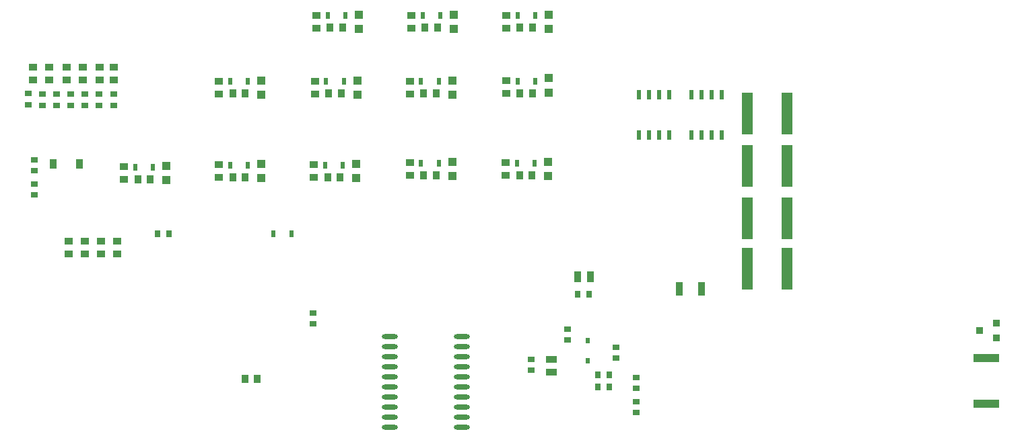
<source format=gbp>
G04 Layer_Color=128*
%FSAX24Y24*%
%MOIN*%
G70*
G01*
G75*
%ADD13R,0.0358X0.0480*%
%ADD19R,0.0354X0.0276*%
%ADD20R,0.0276X0.0354*%
%ADD26R,0.0354X0.0394*%
%ADD32R,0.0360X0.0320*%
%ADD57R,0.0394X0.0354*%
%ADD58R,0.0248X0.0327*%
%ADD59O,0.0787X0.0236*%
%ADD60R,0.0433X0.0433*%
%ADD61R,0.0374X0.0532*%
%ADD62R,0.0532X0.0374*%
%ADD63R,0.0374X0.0669*%
%ADD64R,0.0532X0.2087*%
%ADD65R,0.1280X0.0413*%
%ADD66R,0.0236X0.0315*%
%ADD67R,0.0220X0.0470*%
D13*
X020256Y024350D02*
D03*
X021544D02*
D03*
D19*
X045700Y015624D02*
D03*
Y016176D02*
D03*
X048100Y014724D02*
D03*
Y015276D02*
D03*
X043900Y014112D02*
D03*
Y014663D02*
D03*
X049100Y012024D02*
D03*
Y012576D02*
D03*
Y013224D02*
D03*
Y013776D02*
D03*
X033100Y016424D02*
D03*
Y016976D02*
D03*
X019300Y023376D02*
D03*
Y022824D02*
D03*
Y024576D02*
D03*
Y024024D02*
D03*
X023250Y027274D02*
D03*
Y027826D02*
D03*
X022500Y027826D02*
D03*
Y027274D02*
D03*
X021800Y027826D02*
D03*
Y027274D02*
D03*
X021100Y027826D02*
D03*
Y027274D02*
D03*
X020400Y027826D02*
D03*
Y027274D02*
D03*
X019700Y027826D02*
D03*
Y027274D02*
D03*
X019000Y027850D02*
D03*
Y027299D02*
D03*
D20*
X047224Y013900D02*
D03*
X047776D02*
D03*
X046772Y017900D02*
D03*
X046221D02*
D03*
X047224Y013300D02*
D03*
X047776D02*
D03*
X025424Y020900D02*
D03*
X025976D02*
D03*
D26*
X029765Y027850D02*
D03*
X029135D02*
D03*
X039215D02*
D03*
X038585D02*
D03*
X043988Y027864D02*
D03*
X043358D02*
D03*
X029735Y013700D02*
D03*
X030365D02*
D03*
X043988Y031114D02*
D03*
X043358D02*
D03*
X039288D02*
D03*
X038658D02*
D03*
X034588D02*
D03*
X033958D02*
D03*
X025065Y023600D02*
D03*
X024435D02*
D03*
X029765Y023700D02*
D03*
X029135D02*
D03*
X043965Y023800D02*
D03*
X043335D02*
D03*
X034515Y027850D02*
D03*
X033885D02*
D03*
X034465Y023700D02*
D03*
X033835D02*
D03*
X039215Y023800D02*
D03*
X038585D02*
D03*
D32*
X066944Y016474D02*
D03*
Y015720D02*
D03*
X066110Y016100D02*
D03*
D57*
X033273Y031099D02*
D03*
Y031729D02*
D03*
X028450Y027835D02*
D03*
Y028465D02*
D03*
X033200Y027835D02*
D03*
Y028465D02*
D03*
X037900Y027835D02*
D03*
Y028465D02*
D03*
X042673Y027849D02*
D03*
Y028479D02*
D03*
X021000Y020515D02*
D03*
Y019885D02*
D03*
X042673Y031099D02*
D03*
Y031729D02*
D03*
X037973Y031099D02*
D03*
Y031729D02*
D03*
X021800Y020515D02*
D03*
Y019885D02*
D03*
X023400Y020515D02*
D03*
Y019885D02*
D03*
X022600Y020515D02*
D03*
Y019885D02*
D03*
X042650Y023785D02*
D03*
Y024415D02*
D03*
X023750Y023585D02*
D03*
Y024215D02*
D03*
X028450Y023685D02*
D03*
Y024315D02*
D03*
X033150Y023685D02*
D03*
Y024315D02*
D03*
X037900Y023785D02*
D03*
Y024415D02*
D03*
X023250Y029165D02*
D03*
Y028535D02*
D03*
X022550Y029165D02*
D03*
Y028535D02*
D03*
X021700Y029150D02*
D03*
Y028520D02*
D03*
X020900Y029150D02*
D03*
Y028520D02*
D03*
X020050Y029150D02*
D03*
Y028520D02*
D03*
X019250Y029150D02*
D03*
Y028520D02*
D03*
D58*
X031161Y020900D02*
D03*
X032039D02*
D03*
X034639Y028450D02*
D03*
X033761D02*
D03*
X039339D02*
D03*
X038461D02*
D03*
X044112Y028464D02*
D03*
X043234D02*
D03*
X044112Y031714D02*
D03*
X043234D02*
D03*
X039412D02*
D03*
X038534D02*
D03*
X034712D02*
D03*
X033834D02*
D03*
X025189Y024200D02*
D03*
X024311D02*
D03*
X044089Y024400D02*
D03*
X043211D02*
D03*
X029889Y028450D02*
D03*
X029011D02*
D03*
X029889Y024300D02*
D03*
X029011D02*
D03*
X034589D02*
D03*
X033711D02*
D03*
X039339Y024400D02*
D03*
X038461D02*
D03*
D59*
X040472Y015800D02*
D03*
Y015300D02*
D03*
Y014800D02*
D03*
Y014300D02*
D03*
Y013800D02*
D03*
Y013300D02*
D03*
Y012800D02*
D03*
Y012300D02*
D03*
Y011800D02*
D03*
Y011300D02*
D03*
X036928Y015800D02*
D03*
Y015300D02*
D03*
Y014800D02*
D03*
Y014300D02*
D03*
Y013800D02*
D03*
Y013300D02*
D03*
Y012800D02*
D03*
Y012300D02*
D03*
Y011800D02*
D03*
Y011300D02*
D03*
D60*
X040000Y027796D02*
D03*
Y028504D02*
D03*
X044773Y027910D02*
D03*
Y028619D02*
D03*
Y031060D02*
D03*
Y031769D02*
D03*
X040073Y031060D02*
D03*
Y031769D02*
D03*
X035373Y031060D02*
D03*
Y031769D02*
D03*
X025850Y023546D02*
D03*
Y024254D02*
D03*
X030550Y023646D02*
D03*
Y024354D02*
D03*
X044750Y023746D02*
D03*
Y024454D02*
D03*
X030550Y027796D02*
D03*
Y028504D02*
D03*
X035300Y027796D02*
D03*
Y028504D02*
D03*
X035250Y023646D02*
D03*
Y024354D02*
D03*
X040000Y023746D02*
D03*
Y024454D02*
D03*
D61*
X046837Y018750D02*
D03*
X046207D02*
D03*
D62*
X044900Y014023D02*
D03*
Y014653D02*
D03*
D63*
X051249Y018150D02*
D03*
X052351D02*
D03*
D64*
X054606Y026850D02*
D03*
X056594D02*
D03*
X054606Y024250D02*
D03*
X056594D02*
D03*
X054606Y021650D02*
D03*
X056594D02*
D03*
X054606Y019150D02*
D03*
X056594D02*
D03*
D65*
X066450Y014742D02*
D03*
Y012458D02*
D03*
D66*
X046700Y014608D02*
D03*
Y015592D02*
D03*
D67*
X050750Y025805D02*
D03*
X050250D02*
D03*
X049750D02*
D03*
X049250D02*
D03*
X050750Y027795D02*
D03*
X050250D02*
D03*
X049750D02*
D03*
X049250D02*
D03*
X053350Y025805D02*
D03*
X052850D02*
D03*
X052350D02*
D03*
X051850D02*
D03*
X053350Y027795D02*
D03*
X052850D02*
D03*
X052350D02*
D03*
X051850D02*
D03*
M02*

</source>
